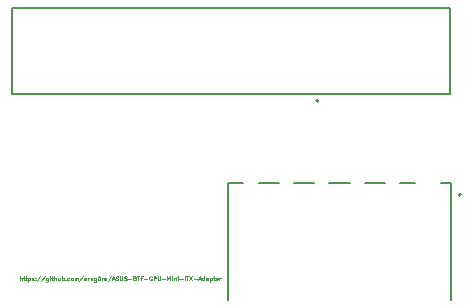
<source format=gbr>
%TF.GenerationSoftware,KiCad,Pcbnew,9.0.6*%
%TF.CreationDate,2025-12-04T16:08:16+01:00*%
%TF.ProjectId,ASUS BTF GPU Mini-ITX Adapter,41535553-2042-4544-9620-475055204d69,rev?*%
%TF.SameCoordinates,Original*%
%TF.FileFunction,Legend,Top*%
%TF.FilePolarity,Positive*%
%FSLAX46Y46*%
G04 Gerber Fmt 4.6, Leading zero omitted, Abs format (unit mm)*
G04 Created by KiCad (PCBNEW 9.0.6) date 2025-12-04 16:08:16*
%MOMM*%
%LPD*%
G01*
G04 APERTURE LIST*
%ADD10C,0.075000*%
%ADD11C,0.127000*%
%ADD12C,0.200000*%
G04 APERTURE END LIST*
D10*
X163632675Y-123453266D02*
X163632675Y-123103266D01*
X163782675Y-123453266D02*
X163782675Y-123269933D01*
X163782675Y-123269933D02*
X163766008Y-123236600D01*
X163766008Y-123236600D02*
X163732675Y-123219933D01*
X163732675Y-123219933D02*
X163682675Y-123219933D01*
X163682675Y-123219933D02*
X163649342Y-123236600D01*
X163649342Y-123236600D02*
X163632675Y-123253266D01*
X163899342Y-123219933D02*
X164032675Y-123219933D01*
X163949342Y-123103266D02*
X163949342Y-123403266D01*
X163949342Y-123403266D02*
X163966009Y-123436600D01*
X163966009Y-123436600D02*
X163999342Y-123453266D01*
X163999342Y-123453266D02*
X164032675Y-123453266D01*
X164099342Y-123219933D02*
X164232675Y-123219933D01*
X164149342Y-123103266D02*
X164149342Y-123403266D01*
X164149342Y-123403266D02*
X164166009Y-123436600D01*
X164166009Y-123436600D02*
X164199342Y-123453266D01*
X164199342Y-123453266D02*
X164232675Y-123453266D01*
X164349342Y-123219933D02*
X164349342Y-123569933D01*
X164349342Y-123236600D02*
X164382675Y-123219933D01*
X164382675Y-123219933D02*
X164449342Y-123219933D01*
X164449342Y-123219933D02*
X164482675Y-123236600D01*
X164482675Y-123236600D02*
X164499342Y-123253266D01*
X164499342Y-123253266D02*
X164516009Y-123286600D01*
X164516009Y-123286600D02*
X164516009Y-123386600D01*
X164516009Y-123386600D02*
X164499342Y-123419933D01*
X164499342Y-123419933D02*
X164482675Y-123436600D01*
X164482675Y-123436600D02*
X164449342Y-123453266D01*
X164449342Y-123453266D02*
X164382675Y-123453266D01*
X164382675Y-123453266D02*
X164349342Y-123436600D01*
X164649342Y-123436600D02*
X164682676Y-123453266D01*
X164682676Y-123453266D02*
X164749342Y-123453266D01*
X164749342Y-123453266D02*
X164782676Y-123436600D01*
X164782676Y-123436600D02*
X164799342Y-123403266D01*
X164799342Y-123403266D02*
X164799342Y-123386600D01*
X164799342Y-123386600D02*
X164782676Y-123353266D01*
X164782676Y-123353266D02*
X164749342Y-123336600D01*
X164749342Y-123336600D02*
X164699342Y-123336600D01*
X164699342Y-123336600D02*
X164666009Y-123319933D01*
X164666009Y-123319933D02*
X164649342Y-123286600D01*
X164649342Y-123286600D02*
X164649342Y-123269933D01*
X164649342Y-123269933D02*
X164666009Y-123236600D01*
X164666009Y-123236600D02*
X164699342Y-123219933D01*
X164699342Y-123219933D02*
X164749342Y-123219933D01*
X164749342Y-123219933D02*
X164782676Y-123236600D01*
X164949342Y-123419933D02*
X164966009Y-123436600D01*
X164966009Y-123436600D02*
X164949342Y-123453266D01*
X164949342Y-123453266D02*
X164932675Y-123436600D01*
X164932675Y-123436600D02*
X164949342Y-123419933D01*
X164949342Y-123419933D02*
X164949342Y-123453266D01*
X164949342Y-123236600D02*
X164966009Y-123253266D01*
X164966009Y-123253266D02*
X164949342Y-123269933D01*
X164949342Y-123269933D02*
X164932675Y-123253266D01*
X164932675Y-123253266D02*
X164949342Y-123236600D01*
X164949342Y-123236600D02*
X164949342Y-123269933D01*
X165366009Y-123086600D02*
X165066009Y-123536600D01*
X165732676Y-123086600D02*
X165432676Y-123536600D01*
X165999343Y-123219933D02*
X165999343Y-123503266D01*
X165999343Y-123503266D02*
X165982676Y-123536600D01*
X165982676Y-123536600D02*
X165966010Y-123553266D01*
X165966010Y-123553266D02*
X165932676Y-123569933D01*
X165932676Y-123569933D02*
X165882676Y-123569933D01*
X165882676Y-123569933D02*
X165849343Y-123553266D01*
X165999343Y-123436600D02*
X165966010Y-123453266D01*
X165966010Y-123453266D02*
X165899343Y-123453266D01*
X165899343Y-123453266D02*
X165866010Y-123436600D01*
X165866010Y-123436600D02*
X165849343Y-123419933D01*
X165849343Y-123419933D02*
X165832676Y-123386600D01*
X165832676Y-123386600D02*
X165832676Y-123286600D01*
X165832676Y-123286600D02*
X165849343Y-123253266D01*
X165849343Y-123253266D02*
X165866010Y-123236600D01*
X165866010Y-123236600D02*
X165899343Y-123219933D01*
X165899343Y-123219933D02*
X165966010Y-123219933D01*
X165966010Y-123219933D02*
X165999343Y-123236600D01*
X166166010Y-123453266D02*
X166166010Y-123219933D01*
X166166010Y-123103266D02*
X166149343Y-123119933D01*
X166149343Y-123119933D02*
X166166010Y-123136600D01*
X166166010Y-123136600D02*
X166182677Y-123119933D01*
X166182677Y-123119933D02*
X166166010Y-123103266D01*
X166166010Y-123103266D02*
X166166010Y-123136600D01*
X166282677Y-123219933D02*
X166416010Y-123219933D01*
X166332677Y-123103266D02*
X166332677Y-123403266D01*
X166332677Y-123403266D02*
X166349344Y-123436600D01*
X166349344Y-123436600D02*
X166382677Y-123453266D01*
X166382677Y-123453266D02*
X166416010Y-123453266D01*
X166532677Y-123453266D02*
X166532677Y-123103266D01*
X166682677Y-123453266D02*
X166682677Y-123269933D01*
X166682677Y-123269933D02*
X166666010Y-123236600D01*
X166666010Y-123236600D02*
X166632677Y-123219933D01*
X166632677Y-123219933D02*
X166582677Y-123219933D01*
X166582677Y-123219933D02*
X166549344Y-123236600D01*
X166549344Y-123236600D02*
X166532677Y-123253266D01*
X166999344Y-123219933D02*
X166999344Y-123453266D01*
X166849344Y-123219933D02*
X166849344Y-123403266D01*
X166849344Y-123403266D02*
X166866011Y-123436600D01*
X166866011Y-123436600D02*
X166899344Y-123453266D01*
X166899344Y-123453266D02*
X166949344Y-123453266D01*
X166949344Y-123453266D02*
X166982677Y-123436600D01*
X166982677Y-123436600D02*
X166999344Y-123419933D01*
X167166011Y-123453266D02*
X167166011Y-123103266D01*
X167166011Y-123236600D02*
X167199344Y-123219933D01*
X167199344Y-123219933D02*
X167266011Y-123219933D01*
X167266011Y-123219933D02*
X167299344Y-123236600D01*
X167299344Y-123236600D02*
X167316011Y-123253266D01*
X167316011Y-123253266D02*
X167332678Y-123286600D01*
X167332678Y-123286600D02*
X167332678Y-123386600D01*
X167332678Y-123386600D02*
X167316011Y-123419933D01*
X167316011Y-123419933D02*
X167299344Y-123436600D01*
X167299344Y-123436600D02*
X167266011Y-123453266D01*
X167266011Y-123453266D02*
X167199344Y-123453266D01*
X167199344Y-123453266D02*
X167166011Y-123436600D01*
X167482678Y-123419933D02*
X167499345Y-123436600D01*
X167499345Y-123436600D02*
X167482678Y-123453266D01*
X167482678Y-123453266D02*
X167466011Y-123436600D01*
X167466011Y-123436600D02*
X167482678Y-123419933D01*
X167482678Y-123419933D02*
X167482678Y-123453266D01*
X167799345Y-123436600D02*
X167766012Y-123453266D01*
X167766012Y-123453266D02*
X167699345Y-123453266D01*
X167699345Y-123453266D02*
X167666012Y-123436600D01*
X167666012Y-123436600D02*
X167649345Y-123419933D01*
X167649345Y-123419933D02*
X167632678Y-123386600D01*
X167632678Y-123386600D02*
X167632678Y-123286600D01*
X167632678Y-123286600D02*
X167649345Y-123253266D01*
X167649345Y-123253266D02*
X167666012Y-123236600D01*
X167666012Y-123236600D02*
X167699345Y-123219933D01*
X167699345Y-123219933D02*
X167766012Y-123219933D01*
X167766012Y-123219933D02*
X167799345Y-123236600D01*
X167999345Y-123453266D02*
X167966012Y-123436600D01*
X167966012Y-123436600D02*
X167949345Y-123419933D01*
X167949345Y-123419933D02*
X167932678Y-123386600D01*
X167932678Y-123386600D02*
X167932678Y-123286600D01*
X167932678Y-123286600D02*
X167949345Y-123253266D01*
X167949345Y-123253266D02*
X167966012Y-123236600D01*
X167966012Y-123236600D02*
X167999345Y-123219933D01*
X167999345Y-123219933D02*
X168049345Y-123219933D01*
X168049345Y-123219933D02*
X168082678Y-123236600D01*
X168082678Y-123236600D02*
X168099345Y-123253266D01*
X168099345Y-123253266D02*
X168116012Y-123286600D01*
X168116012Y-123286600D02*
X168116012Y-123386600D01*
X168116012Y-123386600D02*
X168099345Y-123419933D01*
X168099345Y-123419933D02*
X168082678Y-123436600D01*
X168082678Y-123436600D02*
X168049345Y-123453266D01*
X168049345Y-123453266D02*
X167999345Y-123453266D01*
X168266012Y-123453266D02*
X168266012Y-123219933D01*
X168266012Y-123253266D02*
X168282679Y-123236600D01*
X168282679Y-123236600D02*
X168316012Y-123219933D01*
X168316012Y-123219933D02*
X168366012Y-123219933D01*
X168366012Y-123219933D02*
X168399345Y-123236600D01*
X168399345Y-123236600D02*
X168416012Y-123269933D01*
X168416012Y-123269933D02*
X168416012Y-123453266D01*
X168416012Y-123269933D02*
X168432679Y-123236600D01*
X168432679Y-123236600D02*
X168466012Y-123219933D01*
X168466012Y-123219933D02*
X168516012Y-123219933D01*
X168516012Y-123219933D02*
X168549345Y-123236600D01*
X168549345Y-123236600D02*
X168566012Y-123269933D01*
X168566012Y-123269933D02*
X168566012Y-123453266D01*
X168982679Y-123086600D02*
X168682679Y-123536600D01*
X169249346Y-123453266D02*
X169249346Y-123269933D01*
X169249346Y-123269933D02*
X169232679Y-123236600D01*
X169232679Y-123236600D02*
X169199346Y-123219933D01*
X169199346Y-123219933D02*
X169132679Y-123219933D01*
X169132679Y-123219933D02*
X169099346Y-123236600D01*
X169249346Y-123436600D02*
X169216013Y-123453266D01*
X169216013Y-123453266D02*
X169132679Y-123453266D01*
X169132679Y-123453266D02*
X169099346Y-123436600D01*
X169099346Y-123436600D02*
X169082679Y-123403266D01*
X169082679Y-123403266D02*
X169082679Y-123369933D01*
X169082679Y-123369933D02*
X169099346Y-123336600D01*
X169099346Y-123336600D02*
X169132679Y-123319933D01*
X169132679Y-123319933D02*
X169216013Y-123319933D01*
X169216013Y-123319933D02*
X169249346Y-123303266D01*
X169416013Y-123453266D02*
X169416013Y-123219933D01*
X169416013Y-123286600D02*
X169432680Y-123253266D01*
X169432680Y-123253266D02*
X169449346Y-123236600D01*
X169449346Y-123236600D02*
X169482680Y-123219933D01*
X169482680Y-123219933D02*
X169516013Y-123219933D01*
X169782680Y-123453266D02*
X169782680Y-123269933D01*
X169782680Y-123269933D02*
X169766013Y-123236600D01*
X169766013Y-123236600D02*
X169732680Y-123219933D01*
X169732680Y-123219933D02*
X169666013Y-123219933D01*
X169666013Y-123219933D02*
X169632680Y-123236600D01*
X169782680Y-123436600D02*
X169749347Y-123453266D01*
X169749347Y-123453266D02*
X169666013Y-123453266D01*
X169666013Y-123453266D02*
X169632680Y-123436600D01*
X169632680Y-123436600D02*
X169616013Y-123403266D01*
X169616013Y-123403266D02*
X169616013Y-123369933D01*
X169616013Y-123369933D02*
X169632680Y-123336600D01*
X169632680Y-123336600D02*
X169666013Y-123319933D01*
X169666013Y-123319933D02*
X169749347Y-123319933D01*
X169749347Y-123319933D02*
X169782680Y-123303266D01*
X170099347Y-123219933D02*
X170099347Y-123503266D01*
X170099347Y-123503266D02*
X170082680Y-123536600D01*
X170082680Y-123536600D02*
X170066014Y-123553266D01*
X170066014Y-123553266D02*
X170032680Y-123569933D01*
X170032680Y-123569933D02*
X169982680Y-123569933D01*
X169982680Y-123569933D02*
X169949347Y-123553266D01*
X170099347Y-123436600D02*
X170066014Y-123453266D01*
X170066014Y-123453266D02*
X169999347Y-123453266D01*
X169999347Y-123453266D02*
X169966014Y-123436600D01*
X169966014Y-123436600D02*
X169949347Y-123419933D01*
X169949347Y-123419933D02*
X169932680Y-123386600D01*
X169932680Y-123386600D02*
X169932680Y-123286600D01*
X169932680Y-123286600D02*
X169949347Y-123253266D01*
X169949347Y-123253266D02*
X169966014Y-123236600D01*
X169966014Y-123236600D02*
X169999347Y-123219933D01*
X169999347Y-123219933D02*
X170066014Y-123219933D01*
X170066014Y-123219933D02*
X170099347Y-123236600D01*
X170332681Y-123103266D02*
X170366014Y-123103266D01*
X170366014Y-123103266D02*
X170399347Y-123119933D01*
X170399347Y-123119933D02*
X170416014Y-123136600D01*
X170416014Y-123136600D02*
X170432681Y-123169933D01*
X170432681Y-123169933D02*
X170449347Y-123236600D01*
X170449347Y-123236600D02*
X170449347Y-123319933D01*
X170449347Y-123319933D02*
X170432681Y-123386600D01*
X170432681Y-123386600D02*
X170416014Y-123419933D01*
X170416014Y-123419933D02*
X170399347Y-123436600D01*
X170399347Y-123436600D02*
X170366014Y-123453266D01*
X170366014Y-123453266D02*
X170332681Y-123453266D01*
X170332681Y-123453266D02*
X170299347Y-123436600D01*
X170299347Y-123436600D02*
X170282681Y-123419933D01*
X170282681Y-123419933D02*
X170266014Y-123386600D01*
X170266014Y-123386600D02*
X170249347Y-123319933D01*
X170249347Y-123319933D02*
X170249347Y-123236600D01*
X170249347Y-123236600D02*
X170266014Y-123169933D01*
X170266014Y-123169933D02*
X170282681Y-123136600D01*
X170282681Y-123136600D02*
X170299347Y-123119933D01*
X170299347Y-123119933D02*
X170332681Y-123103266D01*
X170599347Y-123453266D02*
X170599347Y-123219933D01*
X170599347Y-123286600D02*
X170616014Y-123253266D01*
X170616014Y-123253266D02*
X170632680Y-123236600D01*
X170632680Y-123236600D02*
X170666014Y-123219933D01*
X170666014Y-123219933D02*
X170699347Y-123219933D01*
X170949347Y-123436600D02*
X170916014Y-123453266D01*
X170916014Y-123453266D02*
X170849347Y-123453266D01*
X170849347Y-123453266D02*
X170816014Y-123436600D01*
X170816014Y-123436600D02*
X170799347Y-123403266D01*
X170799347Y-123403266D02*
X170799347Y-123269933D01*
X170799347Y-123269933D02*
X170816014Y-123236600D01*
X170816014Y-123236600D02*
X170849347Y-123219933D01*
X170849347Y-123219933D02*
X170916014Y-123219933D01*
X170916014Y-123219933D02*
X170949347Y-123236600D01*
X170949347Y-123236600D02*
X170966014Y-123269933D01*
X170966014Y-123269933D02*
X170966014Y-123303266D01*
X170966014Y-123303266D02*
X170799347Y-123336600D01*
X171366014Y-123086600D02*
X171066014Y-123536600D01*
X171466014Y-123353266D02*
X171632681Y-123353266D01*
X171432681Y-123453266D02*
X171549348Y-123103266D01*
X171549348Y-123103266D02*
X171666014Y-123453266D01*
X171766014Y-123436600D02*
X171816014Y-123453266D01*
X171816014Y-123453266D02*
X171899348Y-123453266D01*
X171899348Y-123453266D02*
X171932681Y-123436600D01*
X171932681Y-123436600D02*
X171949348Y-123419933D01*
X171949348Y-123419933D02*
X171966014Y-123386600D01*
X171966014Y-123386600D02*
X171966014Y-123353266D01*
X171966014Y-123353266D02*
X171949348Y-123319933D01*
X171949348Y-123319933D02*
X171932681Y-123303266D01*
X171932681Y-123303266D02*
X171899348Y-123286600D01*
X171899348Y-123286600D02*
X171832681Y-123269933D01*
X171832681Y-123269933D02*
X171799348Y-123253266D01*
X171799348Y-123253266D02*
X171782681Y-123236600D01*
X171782681Y-123236600D02*
X171766014Y-123203266D01*
X171766014Y-123203266D02*
X171766014Y-123169933D01*
X171766014Y-123169933D02*
X171782681Y-123136600D01*
X171782681Y-123136600D02*
X171799348Y-123119933D01*
X171799348Y-123119933D02*
X171832681Y-123103266D01*
X171832681Y-123103266D02*
X171916014Y-123103266D01*
X171916014Y-123103266D02*
X171966014Y-123119933D01*
X172116014Y-123103266D02*
X172116014Y-123386600D01*
X172116014Y-123386600D02*
X172132681Y-123419933D01*
X172132681Y-123419933D02*
X172149347Y-123436600D01*
X172149347Y-123436600D02*
X172182681Y-123453266D01*
X172182681Y-123453266D02*
X172249347Y-123453266D01*
X172249347Y-123453266D02*
X172282681Y-123436600D01*
X172282681Y-123436600D02*
X172299347Y-123419933D01*
X172299347Y-123419933D02*
X172316014Y-123386600D01*
X172316014Y-123386600D02*
X172316014Y-123103266D01*
X172466014Y-123436600D02*
X172516014Y-123453266D01*
X172516014Y-123453266D02*
X172599348Y-123453266D01*
X172599348Y-123453266D02*
X172632681Y-123436600D01*
X172632681Y-123436600D02*
X172649348Y-123419933D01*
X172649348Y-123419933D02*
X172666014Y-123386600D01*
X172666014Y-123386600D02*
X172666014Y-123353266D01*
X172666014Y-123353266D02*
X172649348Y-123319933D01*
X172649348Y-123319933D02*
X172632681Y-123303266D01*
X172632681Y-123303266D02*
X172599348Y-123286600D01*
X172599348Y-123286600D02*
X172532681Y-123269933D01*
X172532681Y-123269933D02*
X172499348Y-123253266D01*
X172499348Y-123253266D02*
X172482681Y-123236600D01*
X172482681Y-123236600D02*
X172466014Y-123203266D01*
X172466014Y-123203266D02*
X172466014Y-123169933D01*
X172466014Y-123169933D02*
X172482681Y-123136600D01*
X172482681Y-123136600D02*
X172499348Y-123119933D01*
X172499348Y-123119933D02*
X172532681Y-123103266D01*
X172532681Y-123103266D02*
X172616014Y-123103266D01*
X172616014Y-123103266D02*
X172666014Y-123119933D01*
X172816014Y-123319933D02*
X173082681Y-123319933D01*
X173366014Y-123269933D02*
X173416014Y-123286600D01*
X173416014Y-123286600D02*
X173432680Y-123303266D01*
X173432680Y-123303266D02*
X173449347Y-123336600D01*
X173449347Y-123336600D02*
X173449347Y-123386600D01*
X173449347Y-123386600D02*
X173432680Y-123419933D01*
X173432680Y-123419933D02*
X173416014Y-123436600D01*
X173416014Y-123436600D02*
X173382680Y-123453266D01*
X173382680Y-123453266D02*
X173249347Y-123453266D01*
X173249347Y-123453266D02*
X173249347Y-123103266D01*
X173249347Y-123103266D02*
X173366014Y-123103266D01*
X173366014Y-123103266D02*
X173399347Y-123119933D01*
X173399347Y-123119933D02*
X173416014Y-123136600D01*
X173416014Y-123136600D02*
X173432680Y-123169933D01*
X173432680Y-123169933D02*
X173432680Y-123203266D01*
X173432680Y-123203266D02*
X173416014Y-123236600D01*
X173416014Y-123236600D02*
X173399347Y-123253266D01*
X173399347Y-123253266D02*
X173366014Y-123269933D01*
X173366014Y-123269933D02*
X173249347Y-123269933D01*
X173549347Y-123103266D02*
X173749347Y-123103266D01*
X173649347Y-123453266D02*
X173649347Y-123103266D01*
X173982681Y-123269933D02*
X173866014Y-123269933D01*
X173866014Y-123453266D02*
X173866014Y-123103266D01*
X173866014Y-123103266D02*
X174032681Y-123103266D01*
X174166014Y-123319933D02*
X174432681Y-123319933D01*
X174782680Y-123119933D02*
X174749347Y-123103266D01*
X174749347Y-123103266D02*
X174699347Y-123103266D01*
X174699347Y-123103266D02*
X174649347Y-123119933D01*
X174649347Y-123119933D02*
X174616014Y-123153266D01*
X174616014Y-123153266D02*
X174599347Y-123186600D01*
X174599347Y-123186600D02*
X174582680Y-123253266D01*
X174582680Y-123253266D02*
X174582680Y-123303266D01*
X174582680Y-123303266D02*
X174599347Y-123369933D01*
X174599347Y-123369933D02*
X174616014Y-123403266D01*
X174616014Y-123403266D02*
X174649347Y-123436600D01*
X174649347Y-123436600D02*
X174699347Y-123453266D01*
X174699347Y-123453266D02*
X174732680Y-123453266D01*
X174732680Y-123453266D02*
X174782680Y-123436600D01*
X174782680Y-123436600D02*
X174799347Y-123419933D01*
X174799347Y-123419933D02*
X174799347Y-123303266D01*
X174799347Y-123303266D02*
X174732680Y-123303266D01*
X174949347Y-123453266D02*
X174949347Y-123103266D01*
X174949347Y-123103266D02*
X175082680Y-123103266D01*
X175082680Y-123103266D02*
X175116014Y-123119933D01*
X175116014Y-123119933D02*
X175132680Y-123136600D01*
X175132680Y-123136600D02*
X175149347Y-123169933D01*
X175149347Y-123169933D02*
X175149347Y-123219933D01*
X175149347Y-123219933D02*
X175132680Y-123253266D01*
X175132680Y-123253266D02*
X175116014Y-123269933D01*
X175116014Y-123269933D02*
X175082680Y-123286600D01*
X175082680Y-123286600D02*
X174949347Y-123286600D01*
X175299347Y-123103266D02*
X175299347Y-123386600D01*
X175299347Y-123386600D02*
X175316014Y-123419933D01*
X175316014Y-123419933D02*
X175332680Y-123436600D01*
X175332680Y-123436600D02*
X175366014Y-123453266D01*
X175366014Y-123453266D02*
X175432680Y-123453266D01*
X175432680Y-123453266D02*
X175466014Y-123436600D01*
X175466014Y-123436600D02*
X175482680Y-123419933D01*
X175482680Y-123419933D02*
X175499347Y-123386600D01*
X175499347Y-123386600D02*
X175499347Y-123103266D01*
X175666014Y-123319933D02*
X175932681Y-123319933D01*
X176099347Y-123453266D02*
X176099347Y-123103266D01*
X176099347Y-123103266D02*
X176216014Y-123353266D01*
X176216014Y-123353266D02*
X176332680Y-123103266D01*
X176332680Y-123103266D02*
X176332680Y-123453266D01*
X176499347Y-123453266D02*
X176499347Y-123219933D01*
X176499347Y-123103266D02*
X176482680Y-123119933D01*
X176482680Y-123119933D02*
X176499347Y-123136600D01*
X176499347Y-123136600D02*
X176516014Y-123119933D01*
X176516014Y-123119933D02*
X176499347Y-123103266D01*
X176499347Y-123103266D02*
X176499347Y-123136600D01*
X176666014Y-123219933D02*
X176666014Y-123453266D01*
X176666014Y-123253266D02*
X176682681Y-123236600D01*
X176682681Y-123236600D02*
X176716014Y-123219933D01*
X176716014Y-123219933D02*
X176766014Y-123219933D01*
X176766014Y-123219933D02*
X176799347Y-123236600D01*
X176799347Y-123236600D02*
X176816014Y-123269933D01*
X176816014Y-123269933D02*
X176816014Y-123453266D01*
X176982681Y-123453266D02*
X176982681Y-123219933D01*
X176982681Y-123103266D02*
X176966014Y-123119933D01*
X176966014Y-123119933D02*
X176982681Y-123136600D01*
X176982681Y-123136600D02*
X176999348Y-123119933D01*
X176999348Y-123119933D02*
X176982681Y-123103266D01*
X176982681Y-123103266D02*
X176982681Y-123136600D01*
X177149348Y-123319933D02*
X177416015Y-123319933D01*
X177582681Y-123453266D02*
X177582681Y-123103266D01*
X177699348Y-123103266D02*
X177899348Y-123103266D01*
X177799348Y-123453266D02*
X177799348Y-123103266D01*
X177982682Y-123103266D02*
X178216015Y-123453266D01*
X178216015Y-123103266D02*
X177982682Y-123453266D01*
X178349348Y-123319933D02*
X178616015Y-123319933D01*
X178766014Y-123353266D02*
X178932681Y-123353266D01*
X178732681Y-123453266D02*
X178849348Y-123103266D01*
X178849348Y-123103266D02*
X178966014Y-123453266D01*
X179232681Y-123453266D02*
X179232681Y-123103266D01*
X179232681Y-123436600D02*
X179199348Y-123453266D01*
X179199348Y-123453266D02*
X179132681Y-123453266D01*
X179132681Y-123453266D02*
X179099348Y-123436600D01*
X179099348Y-123436600D02*
X179082681Y-123419933D01*
X179082681Y-123419933D02*
X179066014Y-123386600D01*
X179066014Y-123386600D02*
X179066014Y-123286600D01*
X179066014Y-123286600D02*
X179082681Y-123253266D01*
X179082681Y-123253266D02*
X179099348Y-123236600D01*
X179099348Y-123236600D02*
X179132681Y-123219933D01*
X179132681Y-123219933D02*
X179199348Y-123219933D01*
X179199348Y-123219933D02*
X179232681Y-123236600D01*
X179549348Y-123453266D02*
X179549348Y-123269933D01*
X179549348Y-123269933D02*
X179532681Y-123236600D01*
X179532681Y-123236600D02*
X179499348Y-123219933D01*
X179499348Y-123219933D02*
X179432681Y-123219933D01*
X179432681Y-123219933D02*
X179399348Y-123236600D01*
X179549348Y-123436600D02*
X179516015Y-123453266D01*
X179516015Y-123453266D02*
X179432681Y-123453266D01*
X179432681Y-123453266D02*
X179399348Y-123436600D01*
X179399348Y-123436600D02*
X179382681Y-123403266D01*
X179382681Y-123403266D02*
X179382681Y-123369933D01*
X179382681Y-123369933D02*
X179399348Y-123336600D01*
X179399348Y-123336600D02*
X179432681Y-123319933D01*
X179432681Y-123319933D02*
X179516015Y-123319933D01*
X179516015Y-123319933D02*
X179549348Y-123303266D01*
X179716015Y-123219933D02*
X179716015Y-123569933D01*
X179716015Y-123236600D02*
X179749348Y-123219933D01*
X179749348Y-123219933D02*
X179816015Y-123219933D01*
X179816015Y-123219933D02*
X179849348Y-123236600D01*
X179849348Y-123236600D02*
X179866015Y-123253266D01*
X179866015Y-123253266D02*
X179882682Y-123286600D01*
X179882682Y-123286600D02*
X179882682Y-123386600D01*
X179882682Y-123386600D02*
X179866015Y-123419933D01*
X179866015Y-123419933D02*
X179849348Y-123436600D01*
X179849348Y-123436600D02*
X179816015Y-123453266D01*
X179816015Y-123453266D02*
X179749348Y-123453266D01*
X179749348Y-123453266D02*
X179716015Y-123436600D01*
X179982682Y-123219933D02*
X180116015Y-123219933D01*
X180032682Y-123103266D02*
X180032682Y-123403266D01*
X180032682Y-123403266D02*
X180049349Y-123436600D01*
X180049349Y-123436600D02*
X180082682Y-123453266D01*
X180082682Y-123453266D02*
X180116015Y-123453266D01*
X180366015Y-123436600D02*
X180332682Y-123453266D01*
X180332682Y-123453266D02*
X180266015Y-123453266D01*
X180266015Y-123453266D02*
X180232682Y-123436600D01*
X180232682Y-123436600D02*
X180216015Y-123403266D01*
X180216015Y-123403266D02*
X180216015Y-123269933D01*
X180216015Y-123269933D02*
X180232682Y-123236600D01*
X180232682Y-123236600D02*
X180266015Y-123219933D01*
X180266015Y-123219933D02*
X180332682Y-123219933D01*
X180332682Y-123219933D02*
X180366015Y-123236600D01*
X180366015Y-123236600D02*
X180382682Y-123269933D01*
X180382682Y-123269933D02*
X180382682Y-123303266D01*
X180382682Y-123303266D02*
X180216015Y-123336600D01*
X180532682Y-123453266D02*
X180532682Y-123219933D01*
X180532682Y-123286600D02*
X180549349Y-123253266D01*
X180549349Y-123253266D02*
X180566015Y-123236600D01*
X180566015Y-123236600D02*
X180599349Y-123219933D01*
X180599349Y-123219933D02*
X180632682Y-123219933D01*
D11*
%TO.C,REF\u002A\u002A*%
X162970000Y-100375000D02*
X162970000Y-107625000D01*
X162970000Y-107625000D02*
X200030000Y-107625000D01*
X200030000Y-100375000D02*
X162970000Y-100375000D01*
X200030000Y-107625000D02*
X200030000Y-100375000D01*
D12*
X188910000Y-108250000D02*
G75*
G02*
X188710000Y-108250000I-100000J0D01*
G01*
X188710000Y-108250000D02*
G75*
G02*
X188910000Y-108250000I100000J0D01*
G01*
D11*
X181268250Y-115190000D02*
X181268250Y-125100000D01*
X181268250Y-115190000D02*
X182546030Y-115190000D01*
X183840470Y-115190000D02*
X185546030Y-115190000D01*
X186840470Y-115190000D02*
X188546030Y-115190000D01*
X189840469Y-115190000D02*
X191546031Y-115190000D01*
X192840470Y-115190000D02*
X194546030Y-115190000D01*
X195840470Y-115190000D02*
X197088250Y-115190000D01*
X199298250Y-115190000D02*
X200118250Y-115190000D01*
X200118250Y-115190000D02*
X200118250Y-125100000D01*
D12*
X200968250Y-116180000D02*
G75*
G02*
X200768250Y-116180000I-100000J0D01*
G01*
X200768250Y-116180000D02*
G75*
G02*
X200968250Y-116180000I100000J0D01*
G01*
%TD*%
M02*

</source>
